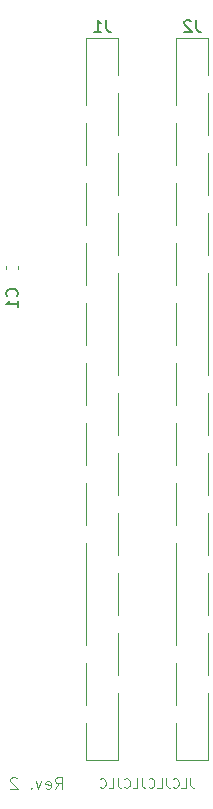
<source format=gbo>
G04 #@! TF.GenerationSoftware,KiCad,Pcbnew,9.0.6*
G04 #@! TF.CreationDate,2025-12-03T22:02:21+09:00*
G04 #@! TF.ProjectId,bionic-z380,62696f6e-6963-42d7-9a33-38302e6b6963,2*
G04 #@! TF.SameCoordinates,Original*
G04 #@! TF.FileFunction,Legend,Bot*
G04 #@! TF.FilePolarity,Positive*
%FSLAX46Y46*%
G04 Gerber Fmt 4.6, Leading zero omitted, Abs format (unit mm)*
G04 Created by KiCad (PCBNEW 9.0.6) date 2025-12-03 22:02:21*
%MOMM*%
%LPD*%
G01*
G04 APERTURE LIST*
%ADD10C,0.100000*%
%ADD11C,0.125000*%
%ADD12C,0.150000*%
%ADD13C,0.120000*%
G04 APERTURE END LIST*
D10*
X117395238Y-136406895D02*
X117395238Y-136978323D01*
X117395238Y-136978323D02*
X117433333Y-137092609D01*
X117433333Y-137092609D02*
X117509524Y-137168800D01*
X117509524Y-137168800D02*
X117623809Y-137206895D01*
X117623809Y-137206895D02*
X117700000Y-137206895D01*
X116633333Y-137206895D02*
X117014285Y-137206895D01*
X117014285Y-137206895D02*
X117014285Y-136406895D01*
X115909523Y-137130704D02*
X115947619Y-137168800D01*
X115947619Y-137168800D02*
X116061904Y-137206895D01*
X116061904Y-137206895D02*
X116138095Y-137206895D01*
X116138095Y-137206895D02*
X116252381Y-137168800D01*
X116252381Y-137168800D02*
X116328571Y-137092609D01*
X116328571Y-137092609D02*
X116366666Y-137016419D01*
X116366666Y-137016419D02*
X116404762Y-136864038D01*
X116404762Y-136864038D02*
X116404762Y-136749752D01*
X116404762Y-136749752D02*
X116366666Y-136597371D01*
X116366666Y-136597371D02*
X116328571Y-136521180D01*
X116328571Y-136521180D02*
X116252381Y-136444990D01*
X116252381Y-136444990D02*
X116138095Y-136406895D01*
X116138095Y-136406895D02*
X116061904Y-136406895D01*
X116061904Y-136406895D02*
X115947619Y-136444990D01*
X115947619Y-136444990D02*
X115909523Y-136483085D01*
X115338095Y-136406895D02*
X115338095Y-136978323D01*
X115338095Y-136978323D02*
X115376190Y-137092609D01*
X115376190Y-137092609D02*
X115452381Y-137168800D01*
X115452381Y-137168800D02*
X115566666Y-137206895D01*
X115566666Y-137206895D02*
X115642857Y-137206895D01*
X114576190Y-137206895D02*
X114957142Y-137206895D01*
X114957142Y-137206895D02*
X114957142Y-136406895D01*
X113852380Y-137130704D02*
X113890476Y-137168800D01*
X113890476Y-137168800D02*
X114004761Y-137206895D01*
X114004761Y-137206895D02*
X114080952Y-137206895D01*
X114080952Y-137206895D02*
X114195238Y-137168800D01*
X114195238Y-137168800D02*
X114271428Y-137092609D01*
X114271428Y-137092609D02*
X114309523Y-137016419D01*
X114309523Y-137016419D02*
X114347619Y-136864038D01*
X114347619Y-136864038D02*
X114347619Y-136749752D01*
X114347619Y-136749752D02*
X114309523Y-136597371D01*
X114309523Y-136597371D02*
X114271428Y-136521180D01*
X114271428Y-136521180D02*
X114195238Y-136444990D01*
X114195238Y-136444990D02*
X114080952Y-136406895D01*
X114080952Y-136406895D02*
X114004761Y-136406895D01*
X114004761Y-136406895D02*
X113890476Y-136444990D01*
X113890476Y-136444990D02*
X113852380Y-136483085D01*
X113280952Y-136406895D02*
X113280952Y-136978323D01*
X113280952Y-136978323D02*
X113319047Y-137092609D01*
X113319047Y-137092609D02*
X113395238Y-137168800D01*
X113395238Y-137168800D02*
X113509523Y-137206895D01*
X113509523Y-137206895D02*
X113585714Y-137206895D01*
X112519047Y-137206895D02*
X112899999Y-137206895D01*
X112899999Y-137206895D02*
X112899999Y-136406895D01*
X111795237Y-137130704D02*
X111833333Y-137168800D01*
X111833333Y-137168800D02*
X111947618Y-137206895D01*
X111947618Y-137206895D02*
X112023809Y-137206895D01*
X112023809Y-137206895D02*
X112138095Y-137168800D01*
X112138095Y-137168800D02*
X112214285Y-137092609D01*
X112214285Y-137092609D02*
X112252380Y-137016419D01*
X112252380Y-137016419D02*
X112290476Y-136864038D01*
X112290476Y-136864038D02*
X112290476Y-136749752D01*
X112290476Y-136749752D02*
X112252380Y-136597371D01*
X112252380Y-136597371D02*
X112214285Y-136521180D01*
X112214285Y-136521180D02*
X112138095Y-136444990D01*
X112138095Y-136444990D02*
X112023809Y-136406895D01*
X112023809Y-136406895D02*
X111947618Y-136406895D01*
X111947618Y-136406895D02*
X111833333Y-136444990D01*
X111833333Y-136444990D02*
X111795237Y-136483085D01*
X111223809Y-136406895D02*
X111223809Y-136978323D01*
X111223809Y-136978323D02*
X111261904Y-137092609D01*
X111261904Y-137092609D02*
X111338095Y-137168800D01*
X111338095Y-137168800D02*
X111452380Y-137206895D01*
X111452380Y-137206895D02*
X111528571Y-137206895D01*
X110461904Y-137206895D02*
X110842856Y-137206895D01*
X110842856Y-137206895D02*
X110842856Y-136406895D01*
X109738094Y-137130704D02*
X109776190Y-137168800D01*
X109776190Y-137168800D02*
X109890475Y-137206895D01*
X109890475Y-137206895D02*
X109966666Y-137206895D01*
X109966666Y-137206895D02*
X110080952Y-137168800D01*
X110080952Y-137168800D02*
X110157142Y-137092609D01*
X110157142Y-137092609D02*
X110195237Y-137016419D01*
X110195237Y-137016419D02*
X110233333Y-136864038D01*
X110233333Y-136864038D02*
X110233333Y-136749752D01*
X110233333Y-136749752D02*
X110195237Y-136597371D01*
X110195237Y-136597371D02*
X110157142Y-136521180D01*
X110157142Y-136521180D02*
X110080952Y-136444990D01*
X110080952Y-136444990D02*
X109966666Y-136406895D01*
X109966666Y-136406895D02*
X109890475Y-136406895D01*
X109890475Y-136406895D02*
X109776190Y-136444990D01*
X109776190Y-136444990D02*
X109738094Y-136483085D01*
D11*
X105950240Y-137308119D02*
X106283573Y-136831928D01*
X106521668Y-137308119D02*
X106521668Y-136308119D01*
X106521668Y-136308119D02*
X106140716Y-136308119D01*
X106140716Y-136308119D02*
X106045478Y-136355738D01*
X106045478Y-136355738D02*
X105997859Y-136403357D01*
X105997859Y-136403357D02*
X105950240Y-136498595D01*
X105950240Y-136498595D02*
X105950240Y-136641452D01*
X105950240Y-136641452D02*
X105997859Y-136736690D01*
X105997859Y-136736690D02*
X106045478Y-136784309D01*
X106045478Y-136784309D02*
X106140716Y-136831928D01*
X106140716Y-136831928D02*
X106521668Y-136831928D01*
X105140716Y-137260500D02*
X105235954Y-137308119D01*
X105235954Y-137308119D02*
X105426430Y-137308119D01*
X105426430Y-137308119D02*
X105521668Y-137260500D01*
X105521668Y-137260500D02*
X105569287Y-137165261D01*
X105569287Y-137165261D02*
X105569287Y-136784309D01*
X105569287Y-136784309D02*
X105521668Y-136689071D01*
X105521668Y-136689071D02*
X105426430Y-136641452D01*
X105426430Y-136641452D02*
X105235954Y-136641452D01*
X105235954Y-136641452D02*
X105140716Y-136689071D01*
X105140716Y-136689071D02*
X105093097Y-136784309D01*
X105093097Y-136784309D02*
X105093097Y-136879547D01*
X105093097Y-136879547D02*
X105569287Y-136974785D01*
X104759763Y-136641452D02*
X104521668Y-137308119D01*
X104521668Y-137308119D02*
X104283573Y-136641452D01*
X103902620Y-137212880D02*
X103855001Y-137260500D01*
X103855001Y-137260500D02*
X103902620Y-137308119D01*
X103902620Y-137308119D02*
X103950239Y-137260500D01*
X103950239Y-137260500D02*
X103902620Y-137212880D01*
X103902620Y-137212880D02*
X103902620Y-137308119D01*
X102712144Y-136403357D02*
X102664525Y-136355738D01*
X102664525Y-136355738D02*
X102569287Y-136308119D01*
X102569287Y-136308119D02*
X102331192Y-136308119D01*
X102331192Y-136308119D02*
X102235954Y-136355738D01*
X102235954Y-136355738D02*
X102188335Y-136403357D01*
X102188335Y-136403357D02*
X102140716Y-136498595D01*
X102140716Y-136498595D02*
X102140716Y-136593833D01*
X102140716Y-136593833D02*
X102188335Y-136736690D01*
X102188335Y-136736690D02*
X102759763Y-137308119D01*
X102759763Y-137308119D02*
X102140716Y-137308119D01*
D12*
X117868733Y-72204819D02*
X117868733Y-72919104D01*
X117868733Y-72919104D02*
X117916352Y-73061961D01*
X117916352Y-73061961D02*
X118011590Y-73157200D01*
X118011590Y-73157200D02*
X118154447Y-73204819D01*
X118154447Y-73204819D02*
X118249685Y-73204819D01*
X117440161Y-72300057D02*
X117392542Y-72252438D01*
X117392542Y-72252438D02*
X117297304Y-72204819D01*
X117297304Y-72204819D02*
X117059209Y-72204819D01*
X117059209Y-72204819D02*
X116963971Y-72252438D01*
X116963971Y-72252438D02*
X116916352Y-72300057D01*
X116916352Y-72300057D02*
X116868733Y-72395295D01*
X116868733Y-72395295D02*
X116868733Y-72490533D01*
X116868733Y-72490533D02*
X116916352Y-72633390D01*
X116916352Y-72633390D02*
X117487780Y-73204819D01*
X117487780Y-73204819D02*
X116868733Y-73204819D01*
X110248733Y-72204819D02*
X110248733Y-72919104D01*
X110248733Y-72919104D02*
X110296352Y-73061961D01*
X110296352Y-73061961D02*
X110391590Y-73157200D01*
X110391590Y-73157200D02*
X110534447Y-73204819D01*
X110534447Y-73204819D02*
X110629685Y-73204819D01*
X109248733Y-73204819D02*
X109820161Y-73204819D01*
X109534447Y-73204819D02*
X109534447Y-72204819D01*
X109534447Y-72204819D02*
X109629685Y-72347676D01*
X109629685Y-72347676D02*
X109724923Y-72442914D01*
X109724923Y-72442914D02*
X109820161Y-72490533D01*
X102680380Y-95588933D02*
X102728000Y-95541314D01*
X102728000Y-95541314D02*
X102775619Y-95398457D01*
X102775619Y-95398457D02*
X102775619Y-95303219D01*
X102775619Y-95303219D02*
X102728000Y-95160362D01*
X102728000Y-95160362D02*
X102632761Y-95065124D01*
X102632761Y-95065124D02*
X102537523Y-95017505D01*
X102537523Y-95017505D02*
X102347047Y-94969886D01*
X102347047Y-94969886D02*
X102204190Y-94969886D01*
X102204190Y-94969886D02*
X102013714Y-95017505D01*
X102013714Y-95017505D02*
X101918476Y-95065124D01*
X101918476Y-95065124D02*
X101823238Y-95160362D01*
X101823238Y-95160362D02*
X101775619Y-95303219D01*
X101775619Y-95303219D02*
X101775619Y-95398457D01*
X101775619Y-95398457D02*
X101823238Y-95541314D01*
X101823238Y-95541314D02*
X101870857Y-95588933D01*
X102775619Y-96541314D02*
X102775619Y-95969886D01*
X102775619Y-96255600D02*
X101775619Y-96255600D01*
X101775619Y-96255600D02*
X101918476Y-96160362D01*
X101918476Y-96160362D02*
X102013714Y-96065124D01*
X102013714Y-96065124D02*
X102061333Y-95969886D01*
D13*
X116205400Y-73750000D02*
X116205400Y-74320000D01*
X116205400Y-73750000D02*
X118865400Y-73750000D01*
X116205400Y-74320000D02*
X116205400Y-79400000D01*
X116205400Y-80920000D02*
X116205400Y-84480000D01*
X116205400Y-86000000D02*
X116205400Y-89560000D01*
X116205400Y-91080000D02*
X116205400Y-94640000D01*
X116205400Y-96160000D02*
X116205400Y-99720000D01*
X116205400Y-101240000D02*
X116205400Y-104800000D01*
X116205400Y-106320000D02*
X116205400Y-109880000D01*
X116205400Y-111400000D02*
X116205400Y-114960000D01*
X116205400Y-116480000D02*
X116205400Y-121560000D01*
X116205400Y-121560000D02*
X116205400Y-125120000D01*
X116205400Y-126640000D02*
X116205400Y-130200000D01*
X116205400Y-131720000D02*
X116205400Y-134830000D01*
X116205400Y-134830000D02*
X118865400Y-134830000D01*
X118865400Y-73750000D02*
X118865400Y-76860000D01*
X118865400Y-78380000D02*
X118865400Y-81940000D01*
X118865400Y-83460000D02*
X118865400Y-87020000D01*
X118865400Y-88540000D02*
X118865400Y-92100000D01*
X118865400Y-93620000D02*
X118865400Y-98700000D01*
X118865400Y-98700000D02*
X118865400Y-102260000D01*
X118865400Y-103780000D02*
X118865400Y-107340000D01*
X118865400Y-108860000D02*
X118865400Y-112420000D01*
X118865400Y-113940000D02*
X118865400Y-117500000D01*
X118865400Y-119020000D02*
X118865400Y-122580000D01*
X118865400Y-124100000D02*
X118865400Y-127660000D01*
X118865400Y-129180000D02*
X118865400Y-134260000D01*
X118865400Y-134260000D02*
X118865400Y-134830000D01*
X108585400Y-73750000D02*
X108585400Y-75840000D01*
X108585400Y-73750000D02*
X111245400Y-73750000D01*
X108585400Y-75840000D02*
X108585400Y-79400000D01*
X108585400Y-80920000D02*
X108585400Y-84480000D01*
X108585400Y-86000000D02*
X108585400Y-89560000D01*
X108585400Y-91080000D02*
X108585400Y-94640000D01*
X108585400Y-96160000D02*
X108585400Y-99720000D01*
X108585400Y-101240000D02*
X108585400Y-104800000D01*
X108585400Y-106320000D02*
X108585400Y-109880000D01*
X108585400Y-111400000D02*
X108585400Y-114960000D01*
X108585400Y-116480000D02*
X108585400Y-121560000D01*
X108585400Y-121560000D02*
X108585400Y-125120000D01*
X108585400Y-126640000D02*
X108585400Y-130200000D01*
X108585400Y-131720000D02*
X108585400Y-134830000D01*
X108585400Y-134830000D02*
X111245400Y-134830000D01*
X111245400Y-73750000D02*
X111245400Y-76860000D01*
X111245400Y-78380000D02*
X111245400Y-81940000D01*
X111245400Y-83460000D02*
X111245400Y-87020000D01*
X111245400Y-88540000D02*
X111245400Y-92100000D01*
X111245400Y-93620000D02*
X111245400Y-98700000D01*
X111245400Y-98700000D02*
X111245400Y-102260000D01*
X111245400Y-103780000D02*
X111245400Y-107340000D01*
X111245400Y-108860000D02*
X111245400Y-112420000D01*
X111245400Y-113940000D02*
X111245400Y-117500000D01*
X111245400Y-119020000D02*
X111245400Y-122580000D01*
X111245400Y-124100000D02*
X111245400Y-127660000D01*
X111245400Y-129180000D02*
X111245400Y-134260000D01*
X111245400Y-134260000D02*
X111245400Y-134830000D01*
X101760000Y-93285667D02*
X101760000Y-92993133D01*
X102780000Y-93285667D02*
X102780000Y-92993133D01*
M02*

</source>
